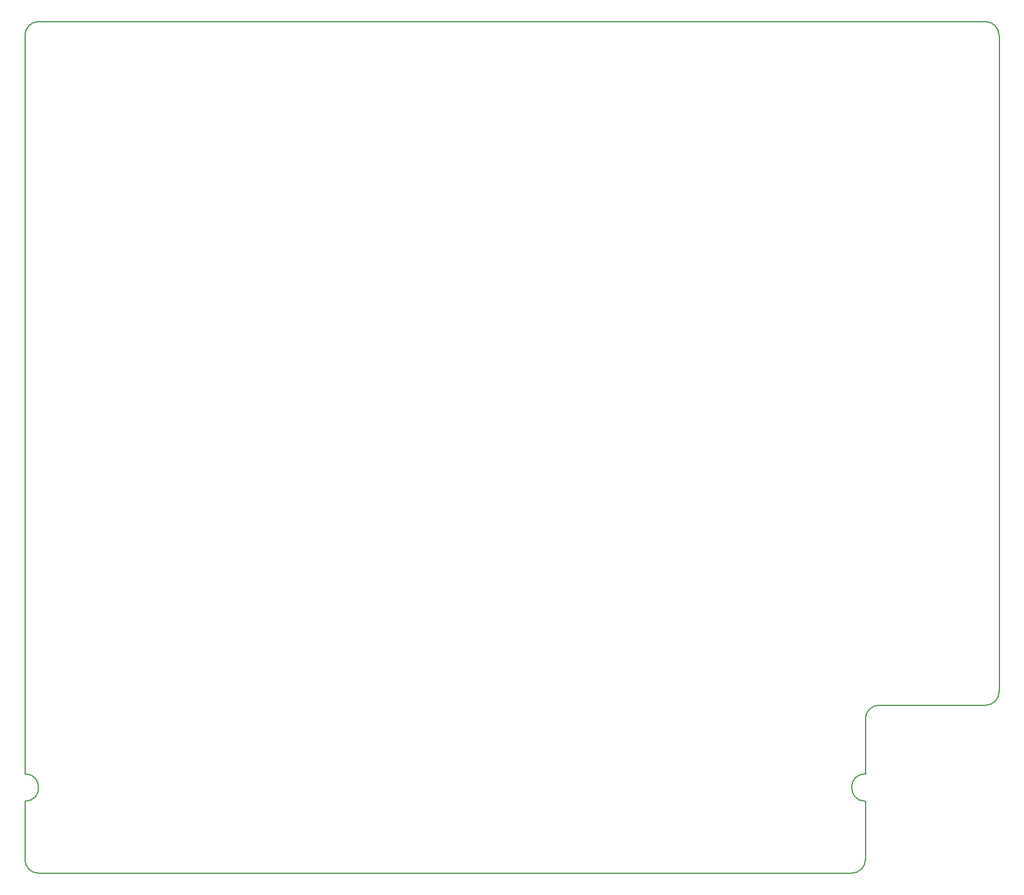
<source format=gbr>
G04 #@! TF.GenerationSoftware,KiCad,Pcbnew,(5.0.2)-1*
G04 #@! TF.CreationDate,2019-03-05T00:17:48-06:00*
G04 #@! TF.ProjectId,ODriveInterfacingBoard,4f447269-7665-4496-9e74-657266616369,rev?*
G04 #@! TF.SameCoordinates,Original*
G04 #@! TF.FileFunction,Profile,NP*
%FSLAX46Y46*%
G04 Gerber Fmt 4.6, Leading zero omitted, Abs format (unit mm)*
G04 Created by KiCad (PCBNEW (5.0.2)-1) date 3/5/2019 12:17:48 AM*
%MOMM*%
%LPD*%
G01*
G04 APERTURE LIST*
%ADD10C,0.150000*%
G04 APERTURE END LIST*
D10*
X35052000Y-159512000D02*
X35052000Y-53086000D01*
X179324000Y-52070000D02*
X179324000Y-147320000D01*
X179324000Y-52070000D02*
X179324000Y-50038000D01*
X35052000Y-53086000D02*
X35052000Y-50038000D01*
X37084000Y-48006000D02*
X177292000Y-48006000D01*
X35052000Y-50038000D02*
G75*
G02X37084000Y-48006000I2032000J0D01*
G01*
X159512000Y-172212000D02*
G75*
G02X157480000Y-174244000I-2032000J0D01*
G01*
X159512000Y-163576000D02*
G75*
G02X159512000Y-159512000I0J2032000D01*
G01*
X159512000Y-151384000D02*
G75*
G02X161544000Y-149352000I2032000J0D01*
G01*
X179324000Y-147320000D02*
G75*
G02X177292000Y-149352000I-2032000J0D01*
G01*
X177292000Y-48006000D02*
G75*
G02X179324000Y-50038000I0J-2032000D01*
G01*
X35052000Y-159512000D02*
G75*
G02X35052000Y-163576000I0J-2032000D01*
G01*
X37084000Y-174244000D02*
G75*
G02X35052000Y-172212000I0J2032000D01*
G01*
X157480000Y-174244000D02*
X37084000Y-174244000D01*
X159512000Y-163576000D02*
X159512000Y-172212000D01*
X159512000Y-151384000D02*
X159512000Y-159512000D01*
X177292000Y-149352000D02*
X161544000Y-149352000D01*
X35052000Y-172212000D02*
X35052000Y-163576000D01*
M02*

</source>
